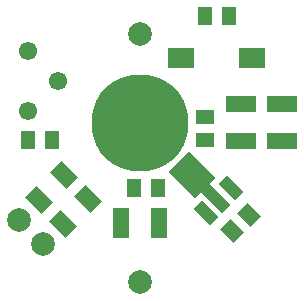
<source format=gts>
%FSLAX25Y25*%
%MOIN*%
G70*
G01*
G75*
G04 Layer_Color=8388736*
%ADD10C,0.01000*%
G04:AMPARAMS|DCode=11|XSize=31.5mil|YSize=98.43mil|CornerRadius=0mil|HoleSize=0mil|Usage=FLASHONLY|Rotation=45.000|XOffset=0mil|YOffset=0mil|HoleType=Round|Shape=Rectangle|*
%AMROTATEDRECTD11*
4,1,4,0.02366,-0.04593,-0.04593,0.02366,-0.02366,0.04593,0.04593,-0.02366,0.02366,-0.04593,0.0*
%
%ADD11ROTATEDRECTD11*%

G04:AMPARAMS|DCode=12|XSize=31.5mil|YSize=70.87mil|CornerRadius=0mil|HoleSize=0mil|Usage=FLASHONLY|Rotation=45.000|XOffset=0mil|YOffset=0mil|HoleType=Round|Shape=Rectangle|*
%AMROTATEDRECTD12*
4,1,4,0.01392,-0.03619,-0.03619,0.01392,-0.01392,0.03619,0.03619,-0.01392,0.01392,-0.03619,0.0*
%
%ADD12ROTATEDRECTD12*%

G04:AMPARAMS|DCode=13|XSize=86.61mil|YSize=118.11mil|CornerRadius=0mil|HoleSize=0mil|Usage=FLASHONLY|Rotation=45.000|XOffset=0mil|YOffset=0mil|HoleType=Round|Shape=Rectangle|*
%AMROTATEDRECTD13*
4,1,4,0.01114,-0.07238,-0.07238,0.01114,-0.01114,0.07238,0.07238,-0.01114,0.01114,-0.07238,0.0*
%
%ADD13ROTATEDRECTD13*%

%ADD14R,0.07874X0.06299*%
%ADD15R,0.03937X0.05512*%
G04:AMPARAMS|DCode=16|XSize=70.87mil|YSize=47.24mil|CornerRadius=0mil|HoleSize=0mil|Usage=FLASHONLY|Rotation=315.000|XOffset=0mil|YOffset=0mil|HoleType=Round|Shape=Rectangle|*
%AMROTATEDRECTD16*
4,1,4,-0.04176,0.00835,-0.00835,0.04176,0.04176,-0.00835,0.00835,-0.04176,-0.04176,0.00835,0.0*
%
%ADD16ROTATEDRECTD16*%

%ADD17R,0.04528X0.09449*%
G04:AMPARAMS|DCode=18|XSize=55.12mil|YSize=39.37mil|CornerRadius=0mil|HoleSize=0mil|Usage=FLASHONLY|Rotation=135.000|XOffset=0mil|YOffset=0mil|HoleType=Round|Shape=Rectangle|*
%AMROTATEDRECTD18*
4,1,4,0.03341,-0.00557,0.00557,-0.03341,-0.03341,0.00557,-0.00557,0.03341,0.03341,-0.00557,0.0*
%
%ADD18ROTATEDRECTD18*%

%ADD19R,0.05512X0.03937*%
%ADD20R,0.09449X0.04528*%
%ADD21C,0.01969*%
%ADD22C,0.03937*%
%ADD23C,0.07087*%
%ADD24C,0.00984*%
%ADD25C,0.02953*%
%ADD26C,0.07087*%
%ADD27C,0.31496*%
%ADD28C,0.05315*%
%ADD29C,0.04331*%
%ADD30C,0.47244*%
%ADD31C,0.00591*%
%ADD32C,0.00787*%
G04:AMPARAMS|DCode=33|XSize=39.37mil|YSize=106.3mil|CornerRadius=0mil|HoleSize=0mil|Usage=FLASHONLY|Rotation=45.000|XOffset=0mil|YOffset=0mil|HoleType=Round|Shape=Rectangle|*
%AMROTATEDRECTD33*
4,1,4,0.02366,-0.05150,-0.05150,0.02366,-0.02366,0.05150,0.05150,-0.02366,0.02366,-0.05150,0.0*
%
%ADD33ROTATEDRECTD33*%

G04:AMPARAMS|DCode=34|XSize=39.37mil|YSize=78.74mil|CornerRadius=0mil|HoleSize=0mil|Usage=FLASHONLY|Rotation=45.000|XOffset=0mil|YOffset=0mil|HoleType=Round|Shape=Rectangle|*
%AMROTATEDRECTD34*
4,1,4,0.01392,-0.04176,-0.04176,0.01392,-0.01392,0.04176,0.04176,-0.01392,0.01392,-0.04176,0.0*
%
%ADD34ROTATEDRECTD34*%

G04:AMPARAMS|DCode=35|XSize=94.49mil|YSize=125.98mil|CornerRadius=0mil|HoleSize=0mil|Usage=FLASHONLY|Rotation=45.000|XOffset=0mil|YOffset=0mil|HoleType=Round|Shape=Rectangle|*
%AMROTATEDRECTD35*
4,1,4,0.01114,-0.07795,-0.07795,0.01114,-0.01114,0.07795,0.07795,-0.01114,0.01114,-0.07795,0.0*
%
%ADD35ROTATEDRECTD35*%

%ADD36R,0.08661X0.07087*%
%ADD37R,0.04724X0.06299*%
G04:AMPARAMS|DCode=38|XSize=78.74mil|YSize=55.12mil|CornerRadius=0mil|HoleSize=0mil|Usage=FLASHONLY|Rotation=315.000|XOffset=0mil|YOffset=0mil|HoleType=Round|Shape=Rectangle|*
%AMROTATEDRECTD38*
4,1,4,-0.04733,0.00835,-0.00835,0.04733,0.04733,-0.00835,0.00835,-0.04733,-0.04733,0.00835,0.0*
%
%ADD38ROTATEDRECTD38*%

%ADD39R,0.05315X0.10236*%
G04:AMPARAMS|DCode=40|XSize=62.99mil|YSize=47.24mil|CornerRadius=0mil|HoleSize=0mil|Usage=FLASHONLY|Rotation=135.000|XOffset=0mil|YOffset=0mil|HoleType=Round|Shape=Rectangle|*
%AMROTATEDRECTD40*
4,1,4,0.03897,-0.00557,0.00557,-0.03897,-0.03897,0.00557,-0.00557,0.03897,0.03897,-0.00557,0.0*
%
%ADD40ROTATEDRECTD40*%

%ADD41R,0.06299X0.04724*%
%ADD42R,0.10236X0.05315*%
%ADD43C,0.07874*%
%ADD44C,0.32283*%
%ADD45C,0.06102*%
D33*
X25094Y-25094D02*
D03*
D34*
X30244Y-21892D02*
D03*
X21892Y-30244D02*
D03*
D35*
X17438Y-17438D02*
D03*
D36*
X13780Y21654D02*
D03*
X37402D02*
D03*
D37*
X-29528Y-5906D02*
D03*
X-37402D02*
D03*
X-1969Y-21654D02*
D03*
X5906D02*
D03*
X21654Y35433D02*
D03*
X29528D02*
D03*
D38*
X-25352Y-17478D02*
D03*
X-33703Y-25829D02*
D03*
X-17478Y-25352D02*
D03*
X-25829Y-33703D02*
D03*
D39*
X6299Y-33465D02*
D03*
X-6299D02*
D03*
D40*
X30681Y-36248D02*
D03*
X36248Y-30681D02*
D03*
D41*
X21654Y1969D02*
D03*
Y-5906D02*
D03*
D42*
X33465Y6299D02*
D03*
Y-6299D02*
D03*
X47244Y6299D02*
D03*
Y-6299D02*
D03*
D43*
X0Y29528D02*
D03*
X-32480Y-40354D02*
D03*
X-40354Y-32480D02*
D03*
X0Y-53150D02*
D03*
D44*
Y0D02*
D03*
D45*
X-37402Y23779D02*
D03*
X-27402Y13780D02*
D03*
X-37402Y3779D02*
D03*
M02*

</source>
